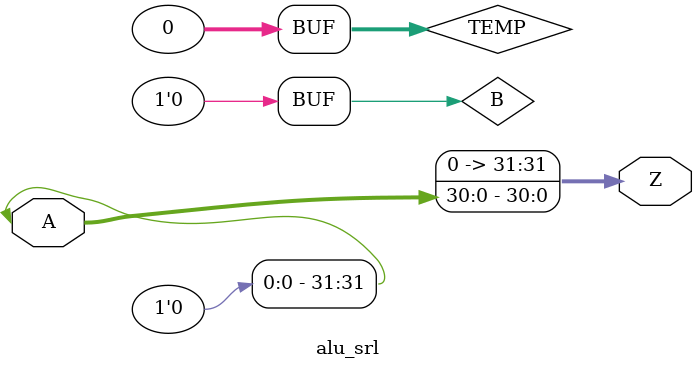
<source format=v>
`timescale 1ns / 1ps
`default_nettype none

module alu_srl(A, Z);
	parameter WIDTH = 32;
	parameter SHIFT = 0;
	 
	input wire [(WIDTH - 1):0] A;
	output wire [(WIDTH - 1):0] Z;
	reg B = 1'b0;
	
	reg [31:0] TEMP = 32'h00000000;
	assign Z[(WIDTH-1):(WIDTH-1)-SHIFT] = TEMP[(WIDTH-1):(WIDTH-1)-SHIFT];
	assign Z[(WIDTH-1)-SHIFT:0] = A[(WIDTH-1):SHIFT];
endmodule

</source>
